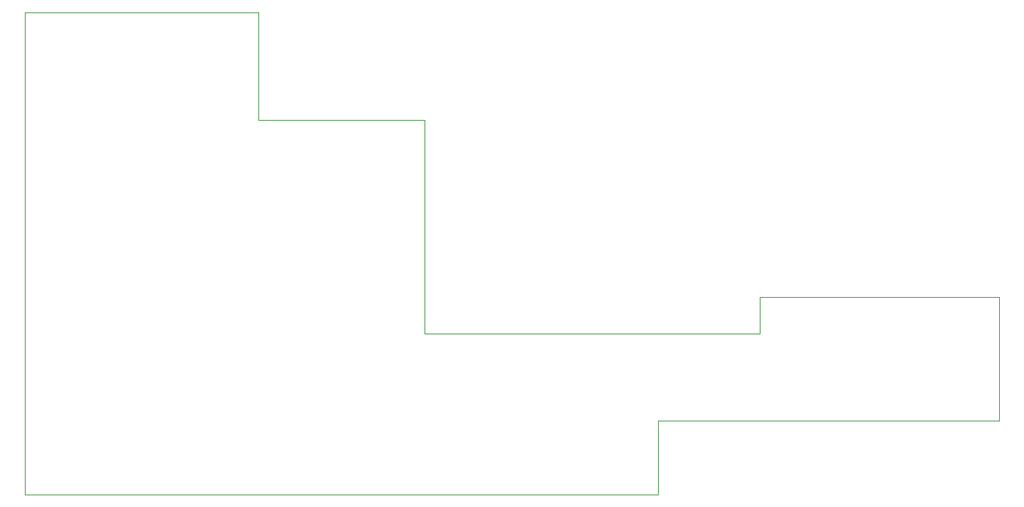
<source format=gm1>
G04 #@! TF.GenerationSoftware,KiCad,Pcbnew,(5.1.0)-1*
G04 #@! TF.CreationDate,2021-03-10T21:29:16+01:00*
G04 #@! TF.ProjectId,Atari simm expansion,41746172-6920-4736-996d-6d2065787061,rev?*
G04 #@! TF.SameCoordinates,Original*
G04 #@! TF.FileFunction,Profile,NP*
%FSLAX46Y46*%
G04 Gerber Fmt 4.6, Leading zero omitted, Abs format (unit mm)*
G04 Created by KiCad (PCBNEW (5.1.0)-1) date 2021-03-10 21:29:16*
%MOMM*%
%LPD*%
G04 APERTURE LIST*
%ADD10C,0.050000*%
G04 APERTURE END LIST*
D10*
X176250000Y-118000000D02*
X176250000Y-126593600D01*
X215750000Y-118000000D02*
X176250000Y-118000000D01*
X215750000Y-103750000D02*
X215750000Y-118000000D01*
X188000000Y-103750000D02*
X215750000Y-103750000D01*
X188000000Y-107924600D02*
X188000000Y-103750000D01*
X149250000Y-107924600D02*
X149250000Y-103000000D01*
X188000000Y-107924600D02*
X149250000Y-107924600D01*
X103000000Y-70750000D02*
X103750000Y-70750000D01*
X103000000Y-126593600D02*
X103000000Y-70750000D01*
X176250600Y-126593600D02*
X103000600Y-126593600D01*
X149250000Y-103000000D02*
X149250000Y-83250000D01*
X146750000Y-83250000D02*
X149250000Y-83250000D01*
X130000000Y-83250000D02*
X146750000Y-83250000D01*
X130000000Y-70750000D02*
X130000000Y-83250000D01*
X103750000Y-70750000D02*
X130000000Y-70750000D01*
M02*

</source>
